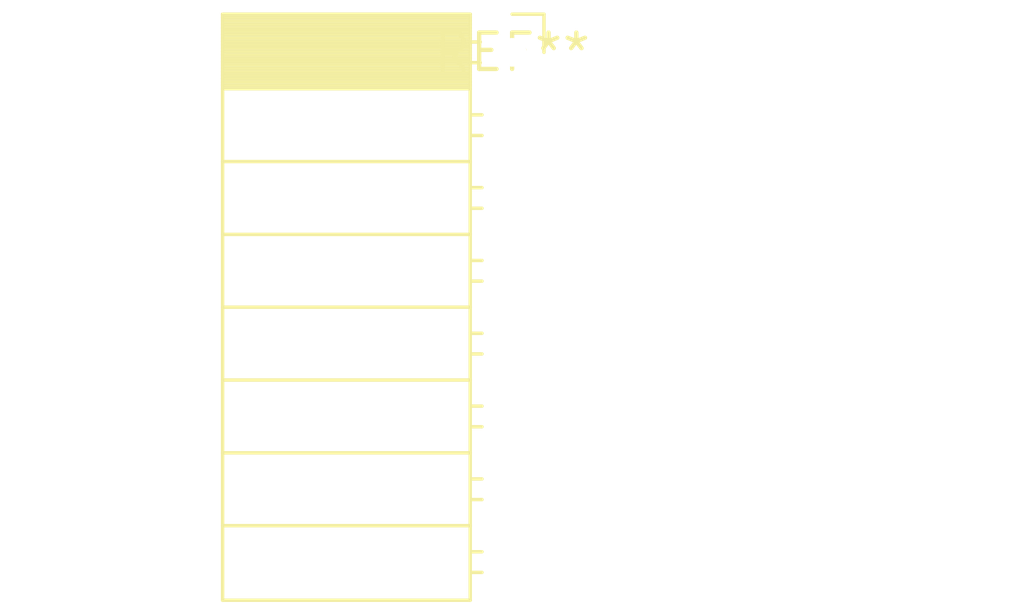
<source format=kicad_pcb>
(kicad_pcb (version 20240108) (generator pcbnew)
  (layers (0 "F.Cu" signal) (31 "B.Cu" signal) (34 "B.Paste" user) (35 "F.Paste" user) (36 "B.SilkS" user "B.Silkscreen") (37 "F.SilkS" user "F.Silkscreen") (38 "B.Mask" user) (39 "F.Mask" user) (44 "Edge.Cuts" user))
  (net 0 "")
  (footprint "PinSocket_1x08_P2.54mm_Horizontal" (layer "F.Cu") (at 0 0)
    (property "Reference" "REF**")
    (property "Value" "PinSocket_1x08_P2.54mm_Horizontal")
    (fp_line (start -10.09 -1.33) (end -10.09 19.11) (layer "F.SilkS") (stroke (width 0.12)))
    (fp_line (start -10.09 -1.33) (end -1.46 -1.33) (layer "F.SilkS") (stroke (width 0.12)))
    (fp_line (start -10.09 -1.21) (end -1.46 -1.21) (layer "F.SilkS") (stroke (width 0.12)))
    (fp_line (start -10.09 -1.091905) (end -1.46 -1.091905) (layer "F.SilkS") (stroke (width 0.12)))
    (fp_line (start -10.09 -0.97381) (end -1.46 -0.97381) (layer "F.SilkS") (stroke (width 0.12)))
    (fp_line (start -10.09 -0.855715) (end -1.46 -0.855715) (layer "F.SilkS") (stroke (width 0.12)))
    (fp_line (start -10.09 -0.73762) (end -1.46 -0.73762) (layer "F.SilkS") (stroke (width 0.12)))
    (fp_line (start -10.09 -0.619525) (end -1.46 -0.619525) (layer "F.SilkS") (stroke (width 0.12)))
    (fp_line (start -10.09 -0.50143) (end -1.46 -0.50143) (layer "F.SilkS") (stroke (width 0.12)))
    (fp_line (start -10.09 -0.383335) (end -1.46 -0.383335) (layer "F.SilkS") (stroke (width 0.12)))
    (fp_line (start -10.09 -0.26524) (end -1.46 -0.26524) (layer "F.SilkS") (stroke (width 0.12)))
    (fp_line (start -10.09 -0.147145) (end -1.46 -0.147145) (layer "F.SilkS") (stroke (width 0.12)))
    (fp_line (start -10.09 -0.02905) (end -1.46 -0.02905) (layer "F.SilkS") (stroke (width 0.12)))
    (fp_line (start -10.09 0.089045) (end -1.46 0.089045) (layer "F.SilkS") (stroke (width 0.12)))
    (fp_line (start -10.09 0.20714) (end -1.46 0.20714) (layer "F.SilkS") (stroke (width 0.12)))
    (fp_line (start -10.09 0.325235) (end -1.46 0.325235) (layer "F.SilkS") (stroke (width 0.12)))
    (fp_line (start -10.09 0.44333) (end -1.46 0.44333) (layer "F.SilkS") (stroke (width 0.12)))
    (fp_line (start -10.09 0.561425) (end -1.46 0.561425) (layer "F.SilkS") (stroke (width 0.12)))
    (fp_line (start -10.09 0.67952) (end -1.46 0.67952) (layer "F.SilkS") (stroke (width 0.12)))
    (fp_line (start -10.09 0.797615) (end -1.46 0.797615) (layer "F.SilkS") (stroke (width 0.12)))
    (fp_line (start -10.09 0.91571) (end -1.46 0.91571) (layer "F.SilkS") (stroke (width 0.12)))
    (fp_line (start -10.09 1.033805) (end -1.46 1.033805) (layer "F.SilkS") (stroke (width 0.12)))
    (fp_line (start -10.09 1.1519) (end -1.46 1.1519) (layer "F.SilkS") (stroke (width 0.12)))
    (fp_line (start -10.09 1.27) (end -1.46 1.27) (layer "F.SilkS") (stroke (width 0.12)))
    (fp_line (start -10.09 3.81) (end -1.46 3.81) (layer "F.SilkS") (stroke (width 0.12)))
    (fp_line (start -10.09 6.35) (end -1.46 6.35) (layer "F.SilkS") (stroke (width 0.12)))
    (fp_line (start -10.09 8.89) (end -1.46 8.89) (layer "F.SilkS") (stroke (width 0.12)))
    (fp_line (start -10.09 11.43) (end -1.46 11.43) (layer "F.SilkS") (stroke (width 0.12)))
    (fp_line (start -10.09 13.97) (end -1.46 13.97) (layer "F.SilkS") (stroke (width 0.12)))
    (fp_line (start -10.09 16.51) (end -1.46 16.51) (layer "F.SilkS") (stroke (width 0.12)))
    (fp_line (start -10.09 19.11) (end -1.46 19.11) (layer "F.SilkS") (stroke (width 0.12)))
    (fp_line (start -1.46 -1.33) (end -1.46 19.11) (layer "F.SilkS") (stroke (width 0.12)))
    (fp_line (start -1.46 -0.36) (end -1.11 -0.36) (layer "F.SilkS") (stroke (width 0.12)))
    (fp_line (start -1.46 0.36) (end -1.11 0.36) (layer "F.SilkS") (stroke (width 0.12)))
    (fp_line (start -1.46 2.18) (end -1.05 2.18) (layer "F.SilkS") (stroke (width 0.12)))
    (fp_line (start -1.46 2.9) (end -1.05 2.9) (layer "F.SilkS") (stroke (width 0.12)))
    (fp_line (start -1.46 4.72) (end -1.05 4.72) (layer "F.SilkS") (stroke (width 0.12)))
    (fp_line (start -1.46 5.44) (end -1.05 5.44) (layer "F.SilkS") (stroke (width 0.12)))
    (fp_line (start -1.46 7.26) (end -1.05 7.26) (layer "F.SilkS") (stroke (width 0.12)))
    (fp_line (start -1.46 7.98) (end -1.05 7.98) (layer "F.SilkS") (stroke (width 0.12)))
    (fp_line (start -1.46 9.8) (end -1.05 9.8) (layer "F.SilkS") (stroke (width 0.12)))
    (fp_line (start -1.46 10.52) (end -1.05 10.52) (layer "F.SilkS") (stroke (width 0.12)))
    (fp_line (start -1.46 12.34) (end -1.05 12.34) (layer "F.SilkS") (stroke (width 0.12)))
    (fp_line (start -1.46 13.06) (end -1.05 13.06) (layer "F.SilkS") (stroke (width 0.12)))
    (fp_line (start -1.46 14.88) (end -1.05 14.88) (layer "F.SilkS") (stroke (width 0.12)))
    (fp_line (start -1.46 15.6) (end -1.05 15.6) (layer "F.SilkS") (stroke (width 0.12)))
    (fp_line (start -1.46 17.42) (end -1.05 17.42) (layer "F.SilkS") (stroke (width 0.12)))
    (fp_line (start -1.46 18.14) (end -1.05 18.14) (layer "F.SilkS") (stroke (width 0.12)))
    (fp_line (start 0 -1.33) (end 1.11 -1.33) (layer "F.SilkS") (stroke (width 0.12)))
    (fp_line (start 1.11 -1.33) (end 1.11 0) (layer "F.SilkS") (stroke (width 0.12)))
    (pad "1" thru_hole rect (at 0 0) (size 1.7 1.7) (drill 1) (layers *.Cu *.Mask) (remove_unused_layers))
    (pad "2" thru_hole oval (at 0 2.54) (size 1.7 1.7) (drill 1) (layers *.Cu *.Mask) (remove_unused_layers))
    (pad "3" thru_hole oval (at 0 5.08) (size 1.7 1.7) (drill 1) (layers *.Cu *.Mask) (remove_unused_layers))
    (pad "4" thru_hole oval (at 0 7.62) (size 1.7 1.7) (drill 1) (layers *.Cu *.Mask) (remove_unused_layers))
    (pad "5" thru_hole oval (at 0 10.16) (size 1.7 1.7) (drill 1) (layers *.Cu *.Mask) (remove_unused_layers))
    (pad "6" thru_hole oval (at 0 12.7) (size 1.7 1.7) (drill 1) (layers *.Cu *.Mask) (remove_unused_layers))
    (pad "7" thru_hole oval (at 0 15.24) (size 1.7 1.7) (drill 1) (layers *.Cu *.Mask) (remove_unused_layers))
    (pad "8" thru_hole oval (at 0 17.78) (size 1.7 1.7) (drill 1) (layers *.Cu *.Mask) (remove_unused_layers))
  )
)
</source>
